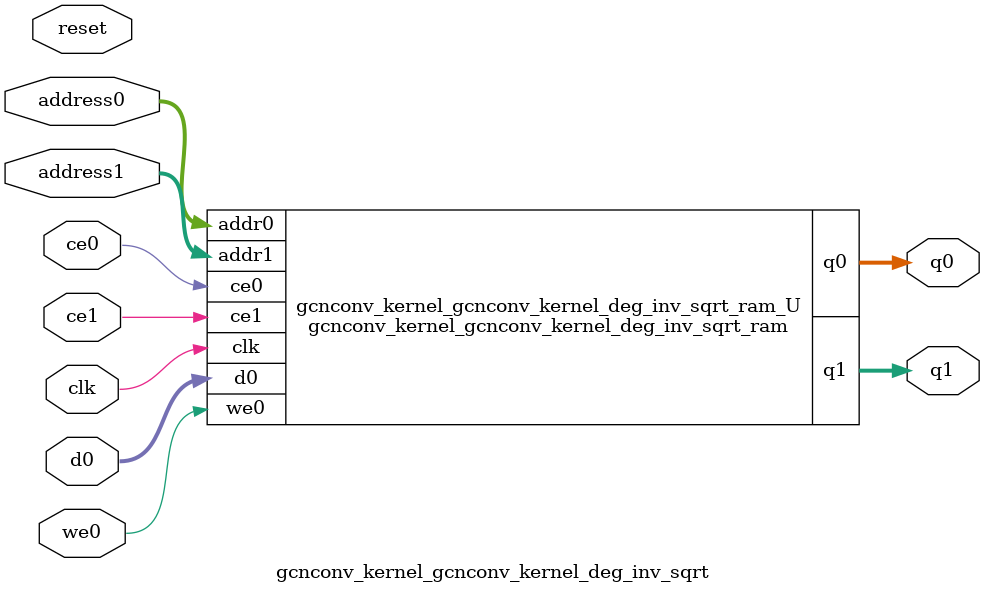
<source format=v>
`timescale 1 ns / 1 ps
module gcnconv_kernel_gcnconv_kernel_deg_inv_sqrt_ram (addr0, ce0, d0, we0, q0, addr1, ce1, q1,  clk);

parameter DWIDTH = 32;
parameter AWIDTH = 15;
parameter MEM_SIZE = 19717;

input[AWIDTH-1:0] addr0;
input ce0;
input[DWIDTH-1:0] d0;
input we0;
output reg[DWIDTH-1:0] q0;
input[AWIDTH-1:0] addr1;
input ce1;
output reg[DWIDTH-1:0] q1;
input clk;

(* ram_style = "block" *)reg [DWIDTH-1:0] ram[0:MEM_SIZE-1];




always @(posedge clk)  
begin 
    if (ce0) 
    begin
        if (we0) 
        begin 
            ram[addr0] <= d0; 
        end 
        q0 <= ram[addr0];
    end
end


always @(posedge clk)  
begin 
    if (ce1) 
    begin
        q1 <= ram[addr1];
    end
end


endmodule

`timescale 1 ns / 1 ps
module gcnconv_kernel_gcnconv_kernel_deg_inv_sqrt(
    reset,
    clk,
    address0,
    ce0,
    we0,
    d0,
    q0,
    address1,
    ce1,
    q1);

parameter DataWidth = 32'd32;
parameter AddressRange = 32'd19717;
parameter AddressWidth = 32'd15;
input reset;
input clk;
input[AddressWidth - 1:0] address0;
input ce0;
input we0;
input[DataWidth - 1:0] d0;
output[DataWidth - 1:0] q0;
input[AddressWidth - 1:0] address1;
input ce1;
output[DataWidth - 1:0] q1;



gcnconv_kernel_gcnconv_kernel_deg_inv_sqrt_ram gcnconv_kernel_gcnconv_kernel_deg_inv_sqrt_ram_U(
    .clk( clk ),
    .addr0( address0 ),
    .ce0( ce0 ),
    .we0( we0 ),
    .d0( d0 ),
    .q0( q0 ),
    .addr1( address1 ),
    .ce1( ce1 ),
    .q1( q1 ));

endmodule


</source>
